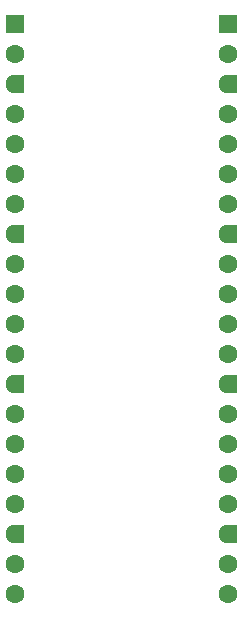
<source format=gbl>
%TF.GenerationSoftware,KiCad,Pcbnew,9.0.6-9.0.6~ubuntu22.04.1*%
%TF.CreationDate,2026-01-23T17:03:56+00:00*%
%TF.ProjectId,mm_raspberry_pi_pico,6d6d5f72-6173-4706-9265-7272795f7069,v0.1*%
%TF.SameCoordinates,PX8d24d00PY37ca3a0*%
%TF.FileFunction,Copper,L4,Bot*%
%TF.FilePolarity,Positive*%
%FSLAX45Y45*%
G04 Gerber Fmt 4.5, Leading zero omitted, Abs format (unit mm)*
G04 Created by KiCad (PCBNEW 9.0.6-9.0.6~ubuntu22.04.1) date 2026-01-23 17:03:56*
%MOMM*%
%LPD*%
G01*
G04 APERTURE LIST*
G04 Aperture macros list*
%AMRoundRect*
0 Rectangle with rounded corners*
0 $1 Rounding radius*
0 $2 $3 $4 $5 $6 $7 $8 $9 X,Y pos of 4 corners*
0 Add a 4 corners polygon primitive as box body*
4,1,4,$2,$3,$4,$5,$6,$7,$8,$9,$2,$3,0*
0 Add four circle primitives for the rounded corners*
1,1,$1+$1,$2,$3*
1,1,$1+$1,$4,$5*
1,1,$1+$1,$6,$7*
1,1,$1+$1,$8,$9*
0 Add four rect primitives between the rounded corners*
20,1,$1+$1,$2,$3,$4,$5,0*
20,1,$1+$1,$4,$5,$6,$7,0*
20,1,$1+$1,$6,$7,$8,$9,0*
20,1,$1+$1,$8,$9,$2,$3,0*%
%AMFreePoly0*
4,1,37,0.603843,0.796157,0.639018,0.796157,0.711114,0.766294,0.766294,0.711114,0.796157,0.639018,0.796157,0.603843,0.800000,0.600000,0.800000,-0.600000,0.796157,-0.603843,0.796157,-0.639018,0.766294,-0.711114,0.711114,-0.766294,0.639018,-0.796157,0.603843,-0.796157,0.600000,-0.800000,0.000000,-0.800000,0.000000,-0.796148,-0.078414,-0.796148,-0.232228,-0.765552,-0.377117,-0.705537,
-0.507515,-0.618408,-0.618408,-0.507515,-0.705537,-0.377117,-0.765552,-0.232228,-0.796148,-0.078414,-0.796148,0.078414,-0.765552,0.232228,-0.705537,0.377117,-0.618408,0.507515,-0.507515,0.618408,-0.377117,0.705537,-0.232228,0.765552,-0.078414,0.796148,0.000000,0.796148,0.000000,0.800000,0.600000,0.800000,0.603843,0.796157,0.603843,0.796157,$1*%
G04 Aperture macros list end*
%TA.AperFunction,ComponentPad*%
%ADD10RoundRect,0.200000X-0.600000X-0.600000X0.600000X-0.600000X0.600000X0.600000X-0.600000X0.600000X0*%
%TD*%
%TA.AperFunction,ComponentPad*%
%ADD11C,1.600000*%
%TD*%
%TA.AperFunction,ComponentPad*%
%ADD12FreePoly0,0.000000*%
%TD*%
G04 APERTURE END LIST*
D10*
%TO.P,J1,1,GPIO0*%
%TO.N,/GPIO0*%
X-900000Y2413000D03*
D11*
%TO.P,J1,2,GPIO1*%
%TO.N,/GPIO1*%
X-900000Y2159000D03*
D12*
%TO.P,J1,3,GND*%
%TO.N,GND*%
X-900000Y1905000D03*
D11*
%TO.P,J1,4,GPIO2*%
%TO.N,unconnected-(J1-GPIO2-Pad4)*%
X-900000Y1651000D03*
%TO.P,J1,5,GPIO3*%
%TO.N,unconnected-(J1-GPIO3-Pad5)*%
X-900000Y1397000D03*
%TO.P,J1,6,GPIO4*%
%TO.N,unconnected-(J1-GPIO4-Pad6)*%
X-900000Y1143000D03*
%TO.P,J1,7,GPIO5*%
%TO.N,unconnected-(J1-GPIO5-Pad7)*%
X-900000Y889000D03*
D12*
%TO.P,J1,8,GND*%
%TO.N,GND*%
X-900000Y635000D03*
D11*
%TO.P,J1,9,GPIO6*%
%TO.N,unconnected-(J1-GPIO6-Pad9)*%
X-900000Y381000D03*
%TO.P,J1,10,GPIO7*%
%TO.N,unconnected-(J1-GPIO7-Pad10)*%
X-900000Y127000D03*
%TO.P,J1,11,GPIO8*%
%TO.N,unconnected-(J1-GPIO8-Pad11)*%
X-900000Y-127000D03*
%TO.P,J1,12,GPIO9*%
%TO.N,unconnected-(J1-GPIO9-Pad12)*%
X-900000Y-381000D03*
D12*
%TO.P,J1,13,GND*%
%TO.N,GND*%
X-900000Y-635000D03*
D11*
%TO.P,J1,14,GPIO10*%
%TO.N,unconnected-(J1-GPIO10-Pad14)*%
X-900000Y-889000D03*
%TO.P,J1,15,GPIO11*%
%TO.N,unconnected-(J1-GPIO11-Pad15)*%
X-900000Y-1143000D03*
%TO.P,J1,16,GPIO12*%
%TO.N,unconnected-(J1-GPIO12-Pad16)*%
X-900000Y-1397000D03*
%TO.P,J1,17,GPIO13*%
%TO.N,unconnected-(J1-GPIO13-Pad17)*%
X-900000Y-1651000D03*
D12*
%TO.P,J1,18,GND*%
%TO.N,GND*%
X-900000Y-1905000D03*
D11*
%TO.P,J1,19,GPIO14*%
%TO.N,unconnected-(J1-GPIO14-Pad19)*%
X-900000Y-2159000D03*
%TO.P,J1,20,GPIO15*%
%TO.N,unconnected-(J1-GPIO15-Pad20)*%
X-900000Y-2413000D03*
%TD*%
D10*
%TO.P,J2,1,GPIO16*%
%TO.N,unconnected-(J2-GPIO16-Pad1)*%
X900000Y2413000D03*
D11*
%TO.P,J2,2,GPIO17*%
%TO.N,unconnected-(J2-GPIO17-Pad2)*%
X900000Y2159000D03*
D12*
%TO.P,J2,3,GND*%
%TO.N,GND*%
X900000Y1905000D03*
D11*
%TO.P,J2,4,GPIO18*%
%TO.N,unconnected-(J2-GPIO18-Pad4)*%
X900000Y1651000D03*
%TO.P,J2,5,GPIO19*%
%TO.N,unconnected-(J2-GPIO19-Pad5)*%
X900000Y1397000D03*
%TO.P,J2,6,GPIO20*%
%TO.N,unconnected-(J2-GPIO20-Pad6)*%
X900000Y1143000D03*
%TO.P,J2,7,GPIO21*%
%TO.N,unconnected-(J2-GPIO21-Pad7)*%
X900000Y889000D03*
D12*
%TO.P,J2,8,GND*%
%TO.N,GND*%
X900000Y635000D03*
D11*
%TO.P,J2,9,GPIO22*%
%TO.N,unconnected-(J2-GPIO22-Pad9)*%
X900000Y381000D03*
%TO.P,J2,10,RUN*%
%TO.N,unconnected-(J2-RUN-Pad10)*%
X900000Y127000D03*
%TO.P,J2,11,GPIO26_ADC0*%
%TO.N,unconnected-(J2-GPIO26_ADC0-Pad11)*%
X900000Y-127000D03*
%TO.P,J2,12,GPIO27_ADC1*%
%TO.N,unconnected-(J2-GPIO27_ADC1-Pad12)*%
X900000Y-381000D03*
D12*
%TO.P,J2,13,AGND*%
%TO.N,unconnected-(J2-AGND-Pad13)*%
X900000Y-635000D03*
D11*
%TO.P,J2,14,GPIO28_ADC2*%
%TO.N,unconnected-(J2-GPIO28_ADC2-Pad14)*%
X900000Y-889000D03*
%TO.P,J2,15,ADC_VREF*%
%TO.N,unconnected-(J2-ADC_VREF-Pad15)*%
X900000Y-1143000D03*
%TO.P,J2,16,3V3*%
%TO.N,+3V3*%
X900000Y-1397000D03*
%TO.P,J2,17,3V3_EN*%
%TO.N,unconnected-(J2-3V3_EN-Pad17)*%
X900000Y-1651000D03*
D12*
%TO.P,J2,18,GND*%
%TO.N,GND*%
X900000Y-1905000D03*
D11*
%TO.P,J2,19,VSYS*%
%TO.N,unconnected-(J2-VSYS-Pad19)*%
X900000Y-2159000D03*
%TO.P,J2,20,VBUS*%
%TO.N,+5V*%
X900000Y-2413000D03*
%TD*%
M02*

</source>
